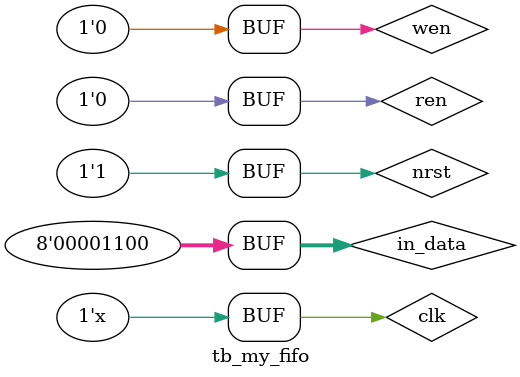
<source format=v>
module tb_my_fifo;
  reg clk,nrst,wen,ren;
  reg [7:0] in_data;
  wire  empty,full;
  wire  [7:0] out_data;
initial begin
  clk = 1'b0;
  nrst = 1'b0;
  wen = 1'b0;
  ren = 1'b0;
  in_data = 8'd1;
  #5 nrst = 1'b1;
  
  #5  wen = 1'b1;
  #5  in_data = 8'd2;
  #5  wen = 1'b0;
      ren = 1'b1;
  #10 ren = 1'b0;
  
  #5  wen = 1'b1;
  #5  in_data = 8'd3;
  #5  wen = 1'b0;
  
  #5  wen = 1'b1;
  #5  in_data = 8'd4;
  #5  wen = 1'b0;
  
  #5  wen = 1'b1;
  #5  in_data = 8'd5;
  #5  wen = 1'b0;
      ren = 1'b1;
  #10 ren = 1'b0;
  
  #5  wen = 1'b1;
  #5  in_data = 8'd6;
  #5  wen = 1'b0;
  
  #5  wen = 1'b1;
  #5  in_data = 8'd7;
  #5  wen = 1'b0;
  
  #5  wen = 1'b1;
  #5  in_data = 8'd8;
  #5  wen = 1'b0;
  
  #5  wen = 1'b1;
  #5  in_data = 8'd9;
  #5  wen = 1'b0;
      ren = 1'b1;
  #10 ren = 1'b0;
  
  #5  wen = 1'b1;
  #5  in_data = 8'd10;
  #5  wen = 1'b0;
  
  #5  wen = 1'b1;
  #5  in_data = 8'd11;
  #5  wen = 1'b0;
  
  #5  wen = 1'b1;
  #5  in_data = 8'd12;
  #5  wen = 1'b0;
      ren = 1'b1;
  #10 ren = 1'b0;
end
always #5 clk = !clk;
my_fifo u0(
	.clk(clk),
	.nrst(nrst),
	.wen(wen),
	.in_data(in_data),
	.ren(ren),
	.out_data(out_data),
	.empty(empty),
	.full(full)
);

endmodule
</source>
